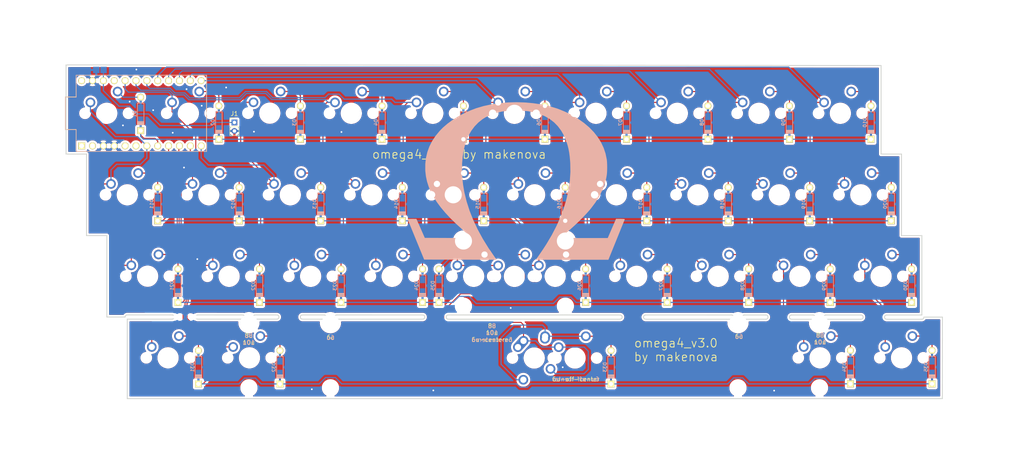
<source format=kicad_pcb>
(kicad_pcb (version 20211014) (generator pcbnew)
  (layers (0 "F.Cu" signal) (31 "B.Cu" signal) (34 "B.Paste" user) (35 "F.Paste" user) (36 "B.SilkS" user "B.Silkscreen") (37 "F.SilkS" user "F.Silkscreen") (38 "B.Mask" user) (39 "F.Mask" user) (44 "Edge.Cuts" user))
  (net 0 "")
  (net 1 "ROW0")
  (net 2 "Net-(D1-Pad2)")
  (net 3 "Net-(D2-Pad2)")
  (net 4 "Net-(D3-Pad2)")
  (net 5 "Net-(D4-Pad2)")
  (net 6 "Net-(D5-Pad2)")
  (net 7 "Net-(D6-Pad2)")
  (net 8 "Net-(D7-Pad2)")
  (net 9 "Net-(D8-Pad2)")
  (net 10 "Net-(D9-Pad2)")
  (net 11 "Net-(D10-Pad2)")
  (net 12 "ROW1")
  (net 13 "Net-(D11-Pad2)")
  (net 14 "Net-(D12-Pad2)")
  (net 15 "Net-(D13-Pad2)")
  (net 16 "Net-(D14-Pad2)")
  (net 17 "Net-(D15-Pad2)")
  (net 18 "Net-(D16-Pad2)")
  (net 19 "Net-(D17-Pad2)")
  (net 20 "Net-(D18-Pad2)")
  (net 21 "Net-(D19-Pad2)")
  (net 22 "Net-(D20-Pad2)")
  (net 23 "ROW2")
  (net 24 "Net-(D21-Pad2)")
  (net 25 "Net-(D22-Pad2)")
  (net 26 "Net-(D23-Pad2)")
  (net 27 "Net-(D24-Pad2)")
  (net 28 "Net-(D25-Pad2)")
  (net 29 "Net-(D26-Pad2)")
  (net 30 "Net-(D27-Pad2)")
  (net 31 "Net-(D28-Pad2)")
  (net 32 "Net-(D29-Pad2)")
  (net 33 "Net-(D30-Pad2)")
  (net 34 "ROW3")
  (net 35 "Net-(D31-Pad2)")
  (net 36 "Net-(D32-Pad2)")
  (net 37 "Net-(D33-Pad2)")
  (net 38 "Net-(D34-Pad2)")
  (net 39 "Net-(D35-Pad2)")
  (net 40 "COL0")
  (net 41 "COL1")
  (net 42 "COL2")
  (net 43 "COL3")
  (net 44 "COL4")
  (net 45 "COL5")
  (net 46 "COL6")
  (net 47 "COL7")
  (net 48 "COL8")
  (net 49 "COL9")
  (net 50 "+5V")
  (net 51 "GND")
  (net 57 "RST")
  (footprint "Keebio-Parts:Diode-Hybrid-Back" (layer "F.Cu") (at 66.2 65.7 -90)
    (fp_text reference "D1")
    (fp_text value "D_Small" hide)
  )
  (footprint "Keebio-Parts:Diode-Hybrid-Back" (layer "F.Cu") (at 84.475 67.725 -90)
    (fp_text reference "D2")
    (fp_text value "D_Small" hide)
  )
  (footprint "Keebio-Parts:Diode-Hybrid-Back" (layer "F.Cu") (at 103.525 67.725 -90)
    (fp_text reference "D3")
    (fp_text value "D_Small" hide)
  )
  (footprint "Keebio-Parts:Diode-Hybrid-Back" (layer "F.Cu") (at 122.6 67.725 -90)
    (fp_text reference "D4")
    (fp_text value "D_Small" hide)
  )
  (footprint "Keebio-Parts:Diode-Hybrid-Back" (layer "F.Cu") (at 141.625 67.725 -90)
    (fp_text reference "D5")
    (fp_text value "D_Small" hide)
  )
  (footprint "Keebio-Parts:Diode-Hybrid-Back" (layer "F.Cu") (at 179.75 67.725 -90)
    (fp_text reference "D7")
    (fp_text value "D_Small" hide)
  )
  (footprint "Keebio-Parts:Diode-Hybrid-Back" (layer "F.Cu") (at 198.775 67.725 -90)
    (fp_text reference "D8")
    (fp_text value "D_Small" hide)
  )
  (footprint "Keebio-Parts:Diode-Hybrid-Back" (layer "F.Cu") (at 217.825 67.725 -90)
    (fp_text reference "D9")
    (fp_text value "D_Small" hide)
  )
  (footprint "Keebio-Parts:Diode-Hybrid-Back" (layer "F.Cu") (at 236.875 67.725 -90)
    (fp_text reference "D10")
    (fp_text value "D_Small" hide)
  )
  (footprint "Keebio-Parts:Diode-Hybrid-Back" (layer "F.Cu") (at 70.175 86.775 -90)
    (fp_text reference "D11")
    (fp_text value "D_Small" hide)
  )
  (footprint "Keebio-Parts:Diode-Hybrid-Back" (layer "F.Cu") (at 89.225 86.775 -90)
    (fp_text reference "D12")
    (fp_text value "D_Small" hide)
  )
  (footprint "Keebio-Parts:Diode-Hybrid-Back" (layer "F.Cu") (at 108.275 86.775 -90)
    (fp_text reference "D13")
    (fp_text value "D_Small" hide)
  )
  (footprint "Keebio-Parts:Diode-Hybrid-Back" (layer "F.Cu") (at 127.35 86.775 -90)
    (fp_text reference "D14")
    (fp_text value "D_Small" hide)
  )
  (footprint "Keebio-Parts:Diode-Hybrid-Back" (layer "F.Cu") (at 146.375 86.775 -90)
    (fp_text reference "D15")
    (fp_text value "D_Small" hide)
  )
  (footprint "Keebio-Parts:Diode-Hybrid-Back" (layer "F.Cu") (at 165.425 86.775 -90)
    (fp_text reference "D16")
    (fp_text value "D_Small" hide)
  )
  (footprint "Keebio-Parts:Diode-Hybrid-Back" (layer "F.Cu") (at 184.475 86.775 -90)
    (fp_text reference "D17")
    (fp_text value "D_Small" hide)
  )
  (footprint "Keebio-Parts:Diode-Hybrid-Back" (layer "F.Cu") (at 203.525 86.775 -90)
    (fp_text reference "D18")
    (fp_text value "D_Small" hide)
  )
  (footprint "Keebio-Parts:Diode-Hybrid-Back" (layer "F.Cu") (at 222.575 86.775 -90)
    (fp_text reference "D19")
    (fp_text value "D_Small" hide)
  )
  (footprint "Keebio-Parts:Diode-Hybrid-Back" (layer "F.Cu") (at 241.625 86.775 -90)
    (fp_text reference "D20")
    (fp_text value "D_Small" hide)
  )
  (footprint "Keebio-Parts:Diode-Hybrid-Back" (layer "F.Cu") (at 74.925 105.85 -90)
    (fp_text reference "D21")
    (fp_text value "D_Small" hide)
  )
  (footprint "Keebio-Parts:Diode-Hybrid-Back" (layer "F.Cu") (at 93.975 105.85 -90)
    (fp_text reference "D22")
    (fp_text value "D_Small" hide)
  )
  (footprint "Keebio-Parts:Diode-Hybrid-Back" (layer "F.Cu") (at 113.025 105.85 -90)
    (fp_text reference "D23")
    (fp_text value "D_Small" hide)
  )
  (footprint "Keebio-Parts:Diode-Hybrid-Back" (layer "F.Cu") (at 132.075 105.85 -90)
    (fp_text reference "D24")
    (fp_text value "D_Small" hide)
  )
  (footprint "Keebio-Parts:Diode-Hybrid-Back" (layer "F.Cu") (at 135.908799 105.85 -90)
    (fp_text reference "D25")
    (fp_text value "D_Small" hide)
  )
  (footprint "Keebio-Parts:Diode-Hybrid-Back" (layer "F.Cu") (at 170.2 105.85 -90)
    (fp_text reference "D26")
    (fp_text value "D_Small" hide)
  )
  (footprint "Keebio-Parts:Diode-Hybrid-Back" (layer "F.Cu") (at 189.25 105.85 -90)
    (fp_text reference "D27")
    (fp_text value "D_Small" hide)
  )
  (footprint "Keebio-Parts:Diode-Hybrid-Back" (layer "F.Cu") (at 208.3 105.85 -90)
    (fp_text reference "D28")
    (fp_text value "D_Small" hide)
  )
  (footprint "Keebio-Parts:Diode-Hybrid-Back" (layer "F.Cu") (at 227.35 105.85 -90)
    (fp_text reference "D29")
    (fp_text value "D_Small" hide)
  )
  (footprint "Keebio-Parts:Diode-Hybrid-Back" (layer "F.Cu") (at 246.375 105.85 -90)
    (fp_text reference "D30")
    (fp_text value "D_Small" hide)
  )
  (footprint "Keebio-Parts:Diode-Hybrid-Back" (layer "F.Cu") (at 79.7 124.9 -90)
    (fp_text reference "D31")
    (fp_text value "D_Small" hide)
  )
  (footprint "Keebio-Parts:Diode-Hybrid-Back" (layer "F.Cu") (at 98.75 124.9 -90)
    (fp_text reference "D32")
    (fp_text value "D_Small" hide)
  )
  (footprint "Keebio-Parts:Diode-Hybrid-Back" (layer "F.Cu") (at 176.125 124.9 -90)
    (fp_text reference "D33")
    (fp_text value "D_Small" hide)
  )
  (footprint "Keebio-Parts:Diode-Hybrid-Back" (layer "F.Cu") (at 232.075 124.875 -90)
    (fp_text reference "D34")
    (fp_text value "D_Small" hide)
  )
  (footprint "MX_Only:MXOnly-1U-NoLED" (layer "F.Cu") (at 96.375 65.525)
    (fp_text reference "MX3")
    (fp_text value "MX-NoLED")
  )
  (footprint "MX_Only:MXOnly-1U-NoLED" (layer "F.Cu") (at 115.425 65.55)
    (fp_text reference "MX4")
    (fp_text value "MX-NoLED")
  )
  (footprint "MX_Only:MXOnly-1U-NoLED" (layer "F.Cu") (at 134.475 65.55)
    (fp_text reference "MX5")
    (fp_text value "MX-NoLED")
  )
  (footprint "MX_Only:MXOnly-1U-NoLED" (layer "F.Cu") (at 153.55 65.55)
    (fp_text reference "MX6")
    (fp_text value "MX-NoLED")
  )
  (footprint "MX_Only:MXOnly-1U-NoLED" (layer "F.Cu") (at 172.6 65.55)
    (fp_text reference "MX7")
    (fp_text value "MX-NoLED")
  )
  (footprint "MX_Only:MXOnly-1U-NoLED" (layer "F.Cu") (at 191.625 65.55)
    (fp_text reference "MX8")
    (fp_text value "MX-NoLED")
  )
  (footprint "MX_Only:MXOnly-1U-NoLED" (layer "F.Cu") (at 210.7 65.55)
    (fp_text reference "MX9")
    (fp_text value "MX-NoLED")
  )
  (footprint "MX_Only:MXOnly-1U-NoLED" (layer "F.Cu") (at 229.725 65.55)
    (fp_text reference "MX10")
    (fp_text value "MX-NoLED")
  )
  (footprint "MX_Only:MXOnly-1U-NoLED" (layer "F.Cu") (at 63.075 84.6)
    (fp_text reference "MX11")
    (fp_text value "MX-NoLED")
  )
  (footprint "MX_Only:MXOnly-1U-NoLED" (layer "F.Cu") (at 82.125 84.6)
    (fp_text reference "MX12")
    (fp_text value "MX-NoLED")
  )
  (footprint "MX_Only:MXOnly-1U-NoLED" (layer "F.Cu") (at 101.175 84.6)
    (fp_text reference "MX13")
    (fp_text value "MX-NoLED")
  )
  (footprint "MX_Only:MXOnly-1U-NoLED" (layer "F.Cu") (at 120.2 84.6)
    (fp_text reference "MX14")
    (fp_text value "MX-NoLED")
  )
  (footprint "MX_Only:MXOnly-1U-NoLED" (layer "F.Cu") (at 139.25 84.6)
    (fp_text reference "MX15")
    (fp_text value "MX-NoLED")
  )
  (footprint "MX_Only:MXOnly-1U-NoLED" (layer "F.Cu") (at 158.275 84.6)
    (fp_text reference "MX16")
    (fp_text value "MX-NoLED")
  )
  (footprint "MX_Only:MXOnly-1U-NoLED" (layer "F.Cu") (at 177.375 84.6)
    (fp_text reference "MX17")
    (fp_text value "MX-NoLED")
  )
  (footprint "MX_Only:MXOnly-1U-NoLED" (layer "F.Cu") (at 196.425 84.6)
    (fp_text reference "MX18")
    (fp_text value "MX-NoLED")
  )
  (footprint "MX_Only:MXOnly-1U-NoLED" (layer "F.Cu") (at 215.45 84.6)
    (fp_text reference "MX19")
    (fp_text value "MX-NoLED")
  )
  (footprint "MX_Only:MXOnly-1U-NoLED" (layer "F.Cu") (at 234.5 84.6)
    (fp_text reference "MX20")
    (fp_text value "MX-NoLED")
  )
  (footprint "MX_Only:MXOnly-1U-NoLED" (layer "F.Cu") (at 67.825 103.625)
    (fp_text reference "MX21")
    (fp_text value "MX-NoLED")
  )
  (footprint "MX_Only:MXOnly-1U-NoLED" (layer "F.Cu") (at 86.875 103.65)
    (fp_text reference "MX22")
    (fp_text value "MX-NoLED")
  )
  (footprint "MX_Only:MXOnly-1U-NoLED" (layer "F.Cu") (at 105.925 103.65)
    (fp_text reference "MX23")
    (fp_text value "MX-NoLED")
  )
  (footprint "MX_Only:MXOnly-1U-NoLED" (layer "F.Cu") (at 124.975 103.65)
    (fp_text reference "MX24")
    (fp_text value "MX-NoLED")
  )
  (footprint "MX_Only:MXOnly-1U-NoLED" (layer "F.Cu") (at 144.025 103.65)
    (fp_text reference "MX25")
    (fp_text value "MX-NoLED")
  )
  (footprint "MX_Only:MXOnly-1U-NoLED" (layer "F.Cu") (at 163.075 103.65)
    (fp_text reference "MX26")
    (fp_text value "MX-NoLED")
  )
  (footprint "MX_Only:MXOnly-1U-NoLED" (layer "F.Cu") (at 182.125 103.65)
    (fp_text reference "MX27")
    (fp_text value "MX-NoLED")
  )
  (footprint "MX_Only:MXOnly-1U-NoLED" (layer "F.Cu") (at 201.175 103.65)
    (fp_text reference "MX28")
    (fp_text value "MX-NoLED")
  )
  (footprint "MX_Only:MXOnly-1U-NoLED" (layer "F.Cu") (at 220.25 103.65)
    (fp_text reference "MX29")
    (fp_text value "MX-NoLED")
  )
  (footprint "MX_Only:MXOnly-1U-NoLED" (layer "F.Cu") (at 239.25 103.65)
    (fp_text reference "MX30")
    (fp_text value "MX-NoLED")
  )
  (footprint "MX_Only:MXOnly-1U-NoLED" (layer "F.Cu") (at 72.6 122.7)
    (fp_text reference "MX31")
    (fp_text value "MX-NoLED")
  )
  (footprint "MX_Only:MXOnly-1U-NoLED" (layer "F.Cu") (at 91.625 122.7)
    (fp_text reference "MX32")
    (fp_text value "MX-NoLED")
  )
  (footprint "MX_Only:MXOnly-1U-NoLED" (layer "F.Cu") (at 224.975 122.7)
    (fp_text reference "MX34")
    (fp_text value "MX-NoLED")
  )
  (footprint "MX_Only:MXOnly-1U-NoLED" (layer "F.Cu") (at 244.025 122.7)
    (fp_text reference "MX35")
    (fp_text value "MX-NoLED")
  )
  (footprint "promicro:ProMicro" (layer "F.Cu") (at 66.375 65.55)
    (fp_text reference "U1" hide)
    (fp_text value "ProMicro")
  )
  (footprint "Keebio-Parts:Diode-Hybrid-Back" (layer "F.Cu") (at 160.675 67.725 -90)
    (fp_text reference "D6")
    (fp_text value "D_Small" hide)
  )
  (footprint "Keebio-Parts:Diode-Hybrid-Back" (layer "F.Cu") (at 251.15 124.875 -90)
    (fp_text reference "D35")
    (fp_text value "D_Small" hide)
  )
  (footprint "MX_Only:MXOnly-1U-NoLED" (layer "F.Cu") (at 77.35 65.55)
    (fp_text reference "MX2")
    (fp_text value "MX-NoLED")
  )
  (footprint "MX_Only:MXOnly-1U-NoLED" (layer "F.Cu") (at 58.275 65.55)
    (fp_text reference "MX1")
    (fp_text value "MX-NoLED")
  )
  (footprint "MX_Only:MXOnly-6U-ReversedStabilizers-NoLED" (layer "F.Cu") (at 158.1785 122.7455)
    (fp_text reference "MX36")
    (fp_text value "MX-NoLED")
  )
  (footprint "MX_Only:MXOnly-6U-Centered-NoLED" (layer "F.Cu") (at 158.1785 122.7455 180)
    (fp_text reference "MX37")
    (fp_text value "MX-NoLED")
  )
  (footprint "MX_Alps_Hybrid:MX-10U-ReversedStabilizers-NoLED" (layer "F.Cu") (at 158.1785 122.7455)
    (fp_text reference "MX33")
    (fp_text value "MX-NoLED")
  )
  (footprint "Keebio-Parts:breakaway-mousebites" (layer "F.Cu") (at 76.63 113.41)
    (fp_text reference "REF**" hide)
    (fp_text value "breakaway-mousebites" hide)
  )
  (footprint "MX_Only:MXOnly-2U-ReversedStabilizers-NoLED" (layer "F.Cu") (at 153.55 103.66)
    (fp_text reference "MX38")
    (fp_text value "MX-NoLED")
  )
  (footprint "Connector_PinHeader_2.00mm:PinHeader_1x02_P2.00mm_Vertical" (layer "F.Cu") (at 88.11 67.69)
    (fp_text reference "J1")
    (fp_text value "Conn_01x02_Female")
  )
  (footprint "random-keyboard-parts:Jumper-UserFriendly-Small" (layer "B.Cu") (at 56.675 55.425 90)
    (fp_text reference "JP1")
    (fp_text value "Jumper_NO_Small")
  )
  (footprint "LOGO" (layer "B.Cu") (at 153.97 81.33 180)
    (fp_text reference "G***" hide)
    (fp_text value "LOGO" hide)
  )
  (gr_line (start 63.07 132.24) (end 253.557501 132.24) (layer "Edge.Cuts") (width 0.2))
  (gr_arc (start 92.97812 113.669026) (mid 92.478188 113.168958) (end 92.978255 112.669026) (layer "Edge.Cuts") (width 0.2))
  (gr_line (start 104.022591 112.670513) (end 109.066926 112.671192) (layer "Edge.Cuts") (width 0.2))
  (gr_arc (start 207.291876 113.684416) (mid 206.791944 113.184348) (end 207.292011 112.684416) (layer "Edge.Cuts") (width 0.2))
  (gr_line (start 212.322478 113.685093) (end 207.291876 113.684416) (layer "Edge.Cuts") (width 0.2))
  (gr_arc (start 184.236617 113.681312) (mid 183.736684 113.181245) (end 184.236751 112.681312) (layer "Edge.Cuts") (width 0.2))
  (gr_arc (start 178.236751 112.680504) (mid 178.736684 113.180571) (end 178.236617 113.680504) (layer "Edge.Cuts") (width 0.2))
  (gr_line (start 239.245 75.09) (end 239.245 54.39) (layer "Edge.Cuts") (width 0.2))
  (gr_line (start 132.099161 113.674293) (end 112.030433 113.671591) (layer "Edge.Cuts") (width 0.2))
  (gr_line (start 240.557172 112.688894) (end 248.770067 112.69) (layer "Edge.Cuts") (width 0.2))
  (gr_line (start 58.295 94.14) (end 58.295 113.165) (layer "Edge.Cuts") (width 0.2))
  (gr_line (start 138.099296 112.675101) (end 178.236751 112.680504) (layer "Edge.Cuts") (width 0.2))
  (gr_arc (start 240.557037 113.688894) (mid 240.057104 113.188827) (end 240.557172 112.688894) (layer "Edge.Cuts") (width 0.2))
  (gr_arc (start 73.544653 112.66641) (mid 74.044586 113.166477) (end 73.544519 113.66641) (layer "Edge.Cuts") (width 0.2))
  (gr_line (start 53.545 94.14) (end 58.295 94.14) (layer "Edge.Cuts") (width 0.2))
  (gr_line (start 248.770067 112.69) (end 248.77 94.14) (layer "Edge.Cuts") (width 0.2))
  (gr_arc (start 234.557172 112.688087) (mid 235.057104 113.188155) (end 234.557037 113.688087) (layer "Edge.Cuts") (width 0.2))
  (gr_line (start 90.019105 113.668628) (end 79.544519 113.667218) (layer "Edge.Cuts") (width 0.2))
  (gr_line (start 98.022456 113.669706) (end 92.97812 113.669026) (layer "Edge.Cuts") (width 0.2))
  (gr_line (start 48.77 54.24) (end 48.77 75.09) (layer "Edge.Cuts") (width 0.2))
  (gr_line (start 204.305345 113.684014) (end 184.236617 113.681312) (layer "Edge.Cuts") (width 0.2))
  (gr_line (start 248.769933 113.69) (end 240.557037 113.688894) (layer "Edge.Cuts") (width 0.2))
  (gr_line (start 253.557501 132.24) (end 253.57 113.19) (layer "Edge.Cuts") (width 0.2))
  (gr_line (start 253.57 113.19) (end 249.27 113.190067) (layer "Edge.Cuts") (width 0.2))
  (gr_line (start 109.066792 113.671192) (end 104.022456 113.670513) (layer "Edge.Cuts") (width 0.2))
  (gr_line (start 63.069933 113.665) (end 63.07 132.24) (layer "Edge.Cuts") (width 0.2))
  (gr_arc (start 212.322612 112.685093) (mid 212.822545 113.18516) (end 212.322478 113.685093) (layer "Edge.Cuts") (width 0.2))
  (gr_line (start 178.236617 113.680504) (end 138.099161 113.675101) (layer "Edge.Cuts") (width 0.2))
  (gr_line (start 244.02 94.14) (end 244.02 75.09) (layer "Edge.Cuts") (width 0.2))
  (gr_arc (start 104.022456 113.670513) (mid 103.522523 113.170446) (end 104.022591 112.670513) (layer "Edge.Cuts") (width 0.2))
  (gr_arc (start 62.57 113.164933) (mid 62.716494 112.811399) (end 63.070067 112.665) (layer "Edge.Cuts") (width 0.2))
  (gr_arc (start 79.544519 113.667218) (mid 79.044586 113.167151) (end 79.544653 112.667218) (layer "Edge.Cuts") (width 0.2))
  (gr_line (start 207.292011 112.684416) (end 212.322612 112.685093) (layer "Edge.Cuts") (width 0.2))
  (gr_line (start 112.030568 112.671591) (end 132.099296 112.674293) (layer "Edge.Cuts") (width 0.2))
  (gr_arc (start 109.066926 112.671192) (mid 109.566859 113.171259) (end 109.066792 113.671192) (layer "Edge.Cuts") (width 0.2))
  (gr_arc (start 226.344141 113.686981) (mid 225.844209 113.186913) (end 226.344276 112.686981) (layer "Edge.Cuts") (width 0.2))
  (gr_arc (start 132.099296 112.674293) (mid 132.599228 113.174361) (end 132.099161 113.674293) (layer "Edge.Cuts") (width 0.2))
  (gr_line (start 234.557037 113.688087) (end 226.344141 113.686981) (layer "Edge.Cuts") (width 0.2))
  (gr_line (start 79.544653 112.667218) (end 90.01924 112.668628) (layer "Edge.Cuts") (width 0.2))
  (gr_arc (start 112.030433 113.671591) (mid 111.5305 113.171524) (end 112.030568 112.671591) (layer "Edge.Cuts") (width 0.2))
  (gr_line (start 248.77 94.14) (end 244.02 94.14) (layer "Edge.Cuts") (width 0.2))
  (gr_arc (start 223.353214 112.686578) (mid 223.853146 113.186646) (end 223.353079 113.686578) (layer "Edge.Cuts") (width 0.2))
  (gr_arc (start 218.322478 113.685901) (mid 217.822545 113.185834) (end 218.322612 112.685901) (layer "Edge.Cuts") (width 0.2))
  (gr_arc (start 204.305479 112.684014) (mid 204.805412 113.184081) (end 204.305345 113.684014) (layer "Edge.Cuts") (width 0.2))
  (gr_line (start 58.295 113.165) (end 62.57 113.164933) (layer "Edge.Cuts") (width 0.2))
  (gr_line (start 48.77 75.09) (end 53.545 75.09) (layer "Edge.Cuts") (width 0.2))
  (gr_line (start 92.978255 112.669026) (end 98.022591 112.669706) (layer "Edge.Cuts") (width 0.2))
  (gr_arc (start 138.099161 113.675101) (mid 137.599228 113.175034) (end 138.099296 112.675101) (layer "Edge.Cuts") (width 0.2))
  (gr_line (start 63.070067 112.665) (end 73.544653 112.66641) (layer "Edge.Cuts") (width 0.2))
  (gr_line (start 239.245 54.39) (end 48.77 54.24) (layer "Edge.Cuts") (width 0.2))
  (gr_line (start 184.236751 112.681312) (end 204.305479 112.684014) (layer "Edge.Cuts") (width 0.2))
  (gr_arc (start 249.27 113.190067) (mid 249.123506 113.543601) (end 248.769933 113.69) (layer "Edge.Cuts") (width 0.2))
  (gr_line (start 53.545 75.09) (end 53.545 94.14) (layer "Edge.Cuts") (width 0.2))
  (gr_arc (start 98.022591 112.669706) (mid 98.522523 113.169774) (end 98.022456 113.669706) (layer "Edge.Cuts") (width 0.2))
  (gr_line (start 73.544519 113.66641) (end 63.069933 113.665) (layer "Edge.Cuts") (width 0.2))
  (gr_line (start 218.322612 112.685901) (end 223.353214 112.686578) (layer "Edge.Cuts") (width 0.2))
  (gr_line (start 244.02 75.09) (end 239.245 75.09) (layer "Edge.Cuts") (width 0.2))
  (gr_arc (start 90.01924 112.668628) (mid 90.519172 113.168696) (end 90.019105 113.668628) (layer "Edge.Cuts") (width 0.2))
  (gr_line (start 226.344276 112.686981) (end 234.557172 112.688087) (layer "Edge.Cuts") (width 0.2))
  (gr_line (start 223.353079 113.686578) (end 218.322478 113.685901) (layer "Edge.Cuts") (width 0.2))
  (gr_text "8u\n10u" (at 224.98 118.25) (layer "B.SilkS") (effects (font (size 1 1)) (justify mirror)))
  (gr_text "6u" (at 110.57 117.98) (layer "B.SilkS") (effects (font (size 1 1)) (justify mirror)))
  (gr_text "8u\n10u\n6u-centered" (at 148.3 116.86) (layer "B.SilkS") (effects (font (size 1 1)) (justify mirror)))
  (gr_text "6u-off-center" (at 167.86 127.7) (layer "B.SilkS") (effects (font (size 1 1)) (justify mirror)))
  (gr_text "8u\n10u" (at 91.44 118.31) (layer "B.SilkS") (effects (font (size 1 1)) (justify mirror)))
  (gr_text "6u" (at 206.04 117.71) (layer "B.SilkS") (effects (font (size 1 1)) (justify mirror)))
  (gr_text "6u-off-center" (at 167.894 127.6985) (layer "F.SilkS") (effects (font (size 1 1))))
  (gr_text "8u\n10u\n6u-centered" (at 148.3 116.85) (layer "F.SilkS") (effects (font (size 1 1))))
  (gr_text "omega4_v3.0\nby makenova" (at 191.3 120.875) (layer "F.SilkS") (effects (font (size 2 2) (thickness 0.2))))
  (gr_text "6u" (at 206.03 117.72) (layer "F.SilkS") (effects (font (size 1 1))))
  (gr_text "omega4_v3.0 by makenova" (at 140.64 75.15) (layer "F.SilkS") (effects (font (size 2 2) (thickness 0.2))))
  (gr_text "6u" (at 110.61 117.92) (layer "F.SilkS") (effects (font (size 1 1))))
  (gr_text "8u\n10u" (at 91.46 118.33) (layer "F.SilkS") (effects (font (size 1 1))))
  (gr_text "8u\n10u" (at 224.98 118.26) (layer "F.SilkS") (effects (font (size 1 1))))
  (segment (start 70.185 73.17) (end 70.185 72.03863) (width 0.25) (layer "F.Cu") (net 1))
  (segment (start 66.2 69.6) (end 66.2 70.65) (width 0.25) (layer "F.Cu") (net 1))
  (segment (start 66.2 70.65) (end 66.95363 71.40363) (width 0.25) (layer "F.Cu") (net 1))
  (segment (start 70.185 72.03863) (end 69.55 71.40363) (width 0.25) (layer "F.Cu") (net 1))
  (segment (start 69.55 71.40363) (end 68.32863 71.40363) (width 0.25) (layer "F.Cu") (net 1))
  (segment (start 66.95363 71.40363) (end 68.32863 71.40363) (width 0.25) (layer "F.Cu") (net 1))
  (segment (start 141.625 71.625) (end 122.6 71.625) (width 0.25) (layer "B.Cu") (net 1))
  (segment (start 217.825 71.625) (end 198.775 71.625) (width 0.25) (layer "B.Cu") (net 1))
  (segment (start 122.6 71.625) (end 103.525 71.625) (width 0.25) (layer "B.Cu") (net 1))
  (segment (start 236.875 71.625) (end 217.825 71.625) (width 0.25) (layer "B.Cu") (net 1))
  (segment (start 66.2 71) (end 66.2 69.6) (width 0.25) (layer "B.Cu") (net 1))
  (segment (start 198.775 71.625) (end 179.75 71.625) (width 0.25) (layer "B.Cu") (net 1))
  (segment (start 66.825 71.625) (end 66.2 71) (width 0.25) (layer "B.Cu") (net 1))
  (segment (start 84.475 71.625) (end 66.825 71.625) (width 0.25) (layer "B.Cu") (net 1))
  (segment (start 160.675 71.625) (end 141.625 71.625) (width 0.25) (layer "B.Cu") (net 1))
  (segment (start 103.525 71.625) (end 84.475 71.625) (width 0.25) (layer "B.Cu") (net 1))
  (segment (start 179.75 71.625) (end 160.675 71.625) (width 0.25) (layer "B.Cu") (net 1))
  (segment (start 66.2 61.8) (end 62.145 61.8) (width 0.25) (layer "B.Cu") (net 2))
  (segment (start 62.145 61.8) (end 60.815 60.47) (width 0.25) (layer "B.Cu") (net 2))
  (segment (start 83.545 60.47) (end 84.475 61.4) (width 0.25) (layer "F.Cu") (net 3))
  (segment (start 84.475 61.4) (end 84.475 63.825) (width 0.25) (layer "F.Cu") (net 3))
  (segment (start 79.89 60.47) (end 83.545 60.47) (width 0.25) (layer "F.Cu") (net 3))
  (segment (start 98.915 60.445) (end 102.56 60.445) (width 0.25) (layer "F.Cu") (net 4))
  (segment (start 103.525 63.825) (end 103.525 61.41) (width 0.25) (layer "F.Cu") (net 4))
  (segment (start 102.56 60.445) (end 103.525 61.41) (width 0.25) (layer "F.Cu") (net 4))
  (segment (start 117.965 60.47) (end 121.595 60.47) (width 0.25) (layer "F.Cu") (net 5))
  (segment (start 122.6 61.475) (end 122.6 63.825) (width 0.25) (layer "F.Cu") (net 5))
  (segment (start 121.595 60.47) (end 122.6 61.475) (width 0.25) (layer "F.Cu") (net 5))
  (segment (start 141.625 61.6) (end 141.625 63.825) (width 0.25) (layer "F.Cu") (net 6))
  (segment (start 137.015 60.47) (end 140.495 60.47) (width 0.25) (layer "F.Cu") (net 6))
  (segment (start 140.495 60.47) (end 141.625 61.6) (width 0.25) (layer "F.Cu") (net 6))
  (segment (start 156.09 60.47) (end 159.37 60.47) (width 0.25) (layer "F.Cu") (net 7))
  (segment (start 160.675 61.775) (end 159.37 60.47) (width 0.25) (layer "F.Cu") (net 7))
  (segment (start 160.675 63.825) (end 160.675 61.775) (width 0.25) (layer "F.Cu") (net 7))
  (segment (start 179.75 63.825) (end 179.75 61.975) (width 0.25) (layer "F.Cu") (net 8))
  (segment (start 178.245 60.47) (end 179.75 61.975) (width 0.25) (layer "F.Cu") (net 8))
  (segment (start 175.14 60.47) (end 178.245 60.47) (width 0.25) (layer "F.Cu") (net 8))
  (segment (start 198.775 63.825) (end 198.775 61.75) (width 0.25) (layer "F.Cu") (net 9))
  (segment (start 194.165 60.47) (end 197.495 60.47) (width 0.25) (layer "F.Cu") (net 9))
  (segment (start 198.775 61.75) (end 197.495 60.47) (width 0.25) (layer "F.Cu") (net 9))
  (segment (start 217.825 63.825) (end 217.825 61.875) (width 0.25) (layer "F.Cu") (net 10))
  (segment (start 213.24 60.47) (end 216.42 60.47) (width 0.25) (layer "F.Cu") (net 10))
  (segment (start 216.42 60.47) (end 217.825 61.875) (width 0.25) (layer "F.Cu") (net 10))
  (segment (start 235.895 60.47) (end 236.875 61.45) (width 0.25) (layer "F.Cu") (net 11))
  (segment (start 236.875 61.45) (end 236.875 63.825) (width 0.25) (layer "F.Cu") (net 11))
  (segment (start 232.265 60.47) (end 235.895 60.47) (width 0.25) (layer "F.Cu") (net 11))
  (segment (start 71.325 90.675) (end 72.125 89.875) (width 0.25) (layer "F.Cu") (net 12))
  (segment (start 72.725 89.275) (end 72.125 89.875) (width 0.25) (layer "F.Cu") (net 12))
  (segment (start 70.175 90.675) (end 71.325 90.675) (width 0.25) (layer "F.Cu") (net 12))
  (segment (start 72.725 73.17) (end 72.725 89.275) (width 0.25) (layer "F.Cu") (net 12))
  (segment (start 203.525 90.675) (end 184.475 90.675) (width 0.25) (layer "B.Cu") (net 12))
  (segment (start 241.625 90.675) (end 222.575 90.675) (width 0.25) (layer "B.Cu") (net 12))
  (segment (start 184.475 90.675) (end 165.425 90.675) (width 0.25) (layer "B.Cu") (net 12))
  (segment (start 165.425 90.675) (end 146.375 90.675) (width 0.25) (layer "B.Cu") (net 12))
  (segment (start 146.375 90.675) (end 127.35 90.675) (width 0.25) (layer "B.Cu") (net 12))
  (segment (start 127.35 90.675) (end 108.275 90.675) (width 0.25) (layer "B.Cu") (net 12))
  (segment (start 89.225 90.675) (end 70.175 90.675) (width 0.25) (layer "B.Cu") (net 12))
  (segment (start 108.275 90.675) (end 89.225 90.675) (width 0.25) (layer "B.Cu") (net 12))
  (segment (start 222.575 90.675) (end 203.525 90.675) (width 0.25) (layer "B.Cu") (net 12))
  (segment (start 68.645 79.52) (end 70.175 81.05) (width 0.25) (layer "F.Cu") (net 13))
  (segment (start 65.615 79.52) (end 68.645 79.52) (width 0.25) (layer "F.Cu") (net 13))
  (segment (start 70.175 81.05) (end 70.175 82.875) (width 0.25) (layer "F.Cu") (net 13))
  (segment (start 84.665 79.52) (end 88.495 79.52) (width 0.25) (layer "F.Cu") (net 14))
  (segment (start 88.495 79.52) (end 89.225 80.25) (width 0.25) (layer "F.Cu") (net 14))
  (segment (start 89.225 80.25) (end 89.225 82.875) (width 0.25) (layer "F.Cu") (net 14))
  (segment (start 103.715 79.52) (end 107.57 79.52) (width 0.25) (layer "F.Cu") (net 15))
  (segment (start 108.275 80.225) (end 108.275 82.875) (width 0.25) (layer "F.Cu") (net 15))
  (segment (start 107.57 79.52) (end 108.275 80.225) (width 0.25) (layer "F.Cu") (net 15))
  (segment (start 122.74 79.52) (end 126.245 79.52) (width 0.25) (layer "F.Cu") (net 16))
  (segment (start 126.245 79.52) (end 127.35 80.625) (width 0.25) (layer "F.Cu") (net 16))
  (segment (start 127.35 80.625) (end 127.35 82.875) (width 0.25) (layer "F.Cu") (net 16))
  (segment (start 145.07 79.52) (end 146.375 80.825) (width 0.25) (layer "F.Cu") (net 17))
  (segment (start 141.79 79.52) (end 145.07 79.52) (width 0.25) (layer "F.Cu") (net 17))
  (segment (start 146.375 80.825) (end 146.375 82.875) (width 0.25) (layer "F.Cu") (net 17))
  (segment (start 160.815 79.52) (end 164.32 79.52) (width 0.25) (layer "F.Cu") (net 18))
  (segment (start 164.32 79.52) (end 165.425 80.625) (width 0.25) (layer "F.Cu") (net 18))
  (segment (start 165.425 80.625) (end 165.425 82.875) (width 0.25) (layer "F.Cu") (net 18))
  (segment (start 184.475 80.675) (end 184.475 82.875) (width 0.25) (layer "F.Cu") (net 19))
  (segment (start 179.915 79.52) (end 183.32 79.52) (width 0.25) (layer "F.Cu") (net 19))
  (segment (start 183.32 79.52) (end 184.475 80.675) (width 0.25) (layer "F.Cu") (net 19))
  (segment (start 198.965 79.52) (end 202.295 79.52) (width 0.25) (layer "F.Cu") (net 20))
  (segment (start 202.295 79.52) (end 203.525 80.75) (width 0.25) (layer "F.Cu") (net 20))
  (segment (start 203.525 80.75) (end 203.525 82.875) (width 0.25) (layer "F.Cu") (net 20))
  (segment (start 217.99 79.52) (end 221.345 79.52) (width 0.25) (layer "F.Cu") (net 21))
  (segment (start 222.575 80.75) (end 222.575 82.875) (width 0.25) (layer "F.Cu") (net 21))
  (segment (start 221.345 79.52) (end 222.575 80.75) (width 0.25) (layer "F.Cu") (net 21))
  (segment (start 237.04 79.52) (end 240.545 79.52) (width 0.25) (layer "F.Cu") (net 22))
  (segment (start 240.545 79.52) (end 241.625 80.6) (width 0.25) (layer "F.Cu") (net 22))
  (segment (start 241.625 80.6) (end 241.625 82.875) (width 0.25) (layer "F.Cu") (net 22))
  (segment (start 74.75073 95.45314) (end 74.75073 82.32645) (width 0.25) (layer "F.Cu") (net 23))
  (segment (start 75.1205 73.3145) (end 75.265 73.17) (width 0.25) (layer "F.Cu") (net 23))
  (segment (start 76.3905 97.09291) (end 74.75073 95.45314) (width 0.25) (layer "F.Cu") (net 23))
  (segment (start 75.1205 81.95668) (end 75.1205 73.3145) (width 0.25) (layer "F.Cu") (net 23))
  (segment (start 76.3905 109.3345) (end 76.3905 97.09291) (width 0.25) (layer "F.Cu") (net 23))
  (segment (start 74.925 109.75) (end 75.975 109.75) (width 0.25) (layer "F.Cu") (net 23))
  (segment (start 75.975 109.75) (end 76.3905 109.3345) (width 0.25) (layer "F.Cu") (net 23))
  (segment (start 74.75073 82.32645) (end 75.1205 81.95668) (width 0.25) (layer "F.Cu") (net 23))
  (segment (start 170.2 109.75) (end 167.96 109.75) (width 0.25) (layer "B.Cu") (net 23))
  (segment (start 140.64 108.33) (end 139.22 109.75) (width 0.25) (layer "B.Cu") (net 23))
  (segment (start 113.025 109.75) (end 132.075 109.75) (width 0.25) (layer "B.Cu") (net 23))
  (segment (start 189.25 109.75) (end 208.3 109.75) (width 0.25) (layer "B.Cu") (net 23))
  (segment (start 144.61 109.98) (end 142.96 108.33) (width 0.25) (layer "B.Cu") (net 23))
  (segment (start 164.13 108.51) (end 162.66 109.98) (width 0.25) (layer "B.Cu") (net 23))
  (segment (start 227.35 109.75) (end 246.375 109.75) (width 0.25) (layer "B.Cu") (net 23))
  (segment (start 170.2 109.75) (end 189.25 109.75) (width 0.25) (layer "B.Cu") (net 23))
  (segment (start 162.66 109.98) (end 144.61 109.98) (width 0.25) (layer "B.Cu") (net 23))
  (segment (start 142.96 108.33) (end 140.64 108.33) (width 0.25) (layer "B.Cu") (net 23))
  (segment (start 93.975 109.75) (end 113.025 109.75) (width 0.25) (layer "B.Cu") (net 23))
  (segment (start 166.72 108.51) (end 164.13 108.51) (width 0.25) (layer "B.Cu") (net 23))
  (segment (start 167.96 109.75) (end 166.72 108.51) (width 0.25) (layer "B.Cu") (net 23))
  (segment (start 139.22 109.75) (end 135.908799 109.75) (width 0.25) (layer "B.Cu") (net 23))
  (segment (start 132.075 109.75) (end 135.908799 109.75) (width 0.25) (layer "B.Cu") (net 23))
  (segment (start 74.925 109.75) (end 93.975 109.75) (width 0.25) (layer "B.Cu") (net 23))
  (segment (start 208.3 109.75) (end 227.35 109.75) (width 0.25) (layer "B.Cu") (net 23))
  (segment (start 74.925 99.8) (end 73.67 98.545) (width 0.25) (layer "F.Cu") (net 24))
  (segment (start 70.365 98.545) (end 73.67 98.545) (width 0.25) (layer "F.Cu") (net 24))
  (segment (start 74.925 101.95) (end 74.925 99.8) (width 0.25) (layer "F.Cu") (net 24))
  (segment (start 92.87 98.57) (end 93.975 99.675) (width 0.25) (layer "F.Cu") (net 25))
  (segment (start 89.415 98.57) (end 92.87 98.57) (width 0.25) (layer "F.Cu") (net 25))
  (segment (start 93.975 99.675) (end 93.975 101.95) (width 0.25) (layer "F.Cu") (net 25))
  (segment (start 108.465 98.57) (end 111.595 98.57) (width 0.25) (layer "F.Cu") (net 26))
  (segment (start 113.025 101.95) (end 113.025 100) (width 0.25) (layer "F.Cu") (net 26))
  (segment (start 113.025 100) (end 111.595 98.57) (width 0.25) (layer "F.Cu") (net 26))
  (segment (start 131.145 98.57) (end 132.075 99.5) (width 0.25) (layer "F.Cu") (net 27))
  (segment (start 132.075 99.5) (end 132.075 101.95) (width 0.25) (layer "F.Cu") (net 27))
  (segment (start 127.515 98.57) (end 131.145 98.57) (width 0.25) (layer "F.Cu") (net 27))
  (segment (start 156.08 98.57) (end 156.09 98.58) (width 0.25) (layer "F.Cu") (net 28))
  (segment (start 146.565 98.57) (end 156.08 98.57) (width 0.25) (layer "F.Cu") (net 28))
  (segment (start 135.908799 101.95) (end 139.288799 98.57) (width 0.25) (layer "B.Cu") (net 28))
  (segment (start 139.288799 98.57) (end 146.565 98.57) (width 0.25) (layer "B.Cu") (net 28))
  (segment (start 165.615 98.57) (end 169.32 98.57) (width 0.25) (layer "F.Cu") (net 29))
  (segment (start 170.2 99.45) (end 170.2 101.95) (width 0.25) (layer "F.Cu") (net 29))
  (segment (start 169.32 98.57) (end 170.2 99.45) (width 0.25) (layer "F.Cu") (net 29))
  (segment (start 188.245 98.57) (end 189.25 99.575) (width 0.25) (layer "F.Cu") (net 30))
  (segment (start 189.25 99.575) (end 189.25 101.95) (width 0.25) (layer "F.Cu") (net 30))
  (segment (start 184.665 98.57) (end 188.245 98.57) (width 0.25) (layer "F.Cu") (net 30))
  (segment (start 208.3 99.7) (end 208.3 101.95) (width 0.25) (layer "F.Cu") (net 31))
  (segment (start 207.17 98.57) (end 208.3 99.7) (width 0.25) (layer "F.Cu") (net 31))
  (segment (start 203.715 98.57) (end 207.17 98.57) (width 0.25) (layer "F.Cu") (net 31))
  (segment (start 222.79 98.57) (end 226.27 98.57) (width 0.25) (layer "F.Cu") (net 32))
  (segment (start 226.27 98.57) (end 227.35 99.65) (width 0.25) (layer "F.Cu") (net 32))
  (segment (start 227.35 99.65) (end 227.35 101.95) (width 0.25) (layer "F.Cu") (net 32))
  (segment (start 246.375 99.65) (end 246.375 101.95) (width 0.25) (layer "F.Cu") (net 33))
  (segment (start 241.79 98.57) (end 245.295 98.57) (width 0.25) (layer "F.Cu") (net 33))
  (segment (start 245.295 98.57) (end 246.375 99.65) (width 0.25) (layer "F.Cu") (net 33))
  (segment (start 76.577741 113.656741) (end 81.4705 118.5495) (width 0.25) (layer "F.Cu") (net 34))
  (segment (start 81.4705 118.5495) (end 81.4705 128.0795) (width 0.25) (layer "F.Cu") (net 34))
  (segment (start 77.805 79.90859) (end 75.20074 82.51285) (width 0.25) (layer "F.Cu") (net 34))
  (segment (start 76.84051 109.53949) (end 76.577741 109.802259) (width 0.25) (layer "F.Cu") (net 34))
  (segment (start 81.4705 128.0795) (end 80.75 128.8) (width 0.25) (layer "F.Cu") (net 34))
  (segment (start 76.84051 96.90651) (end 76.84051 109.53949) (width 0.25) (layer "F.Cu") (net 34))
  (segment (start 77.805 73.17) (end 77.805 79.90859) (width 0.25) (layer "F.Cu") (net 34))
  (segment (start 80.75 128.8) (end 79.7 128.8) (width 0.25) (layer "F.Cu") (net 34))
  (segment (start 75.20074 95.26674) (end 76.84051 96.90651) (width 0.25) (layer "F.Cu") (net 34))
  (segment (start 76.577741 109.802259) (end 76.577741 113.656741) (width 0.25) (layer "F.Cu") (net 34))
  (segment (start 75.20074 82.51285) (end 75.20074 95.26674) (width 0.25) (layer "F.Cu") (net 34))
  (segment (start 111.716 127.3175) (end 113.1985 128.8) (width 0.25) (layer "B.Cu") (net 34))
  (segment (start 93.025 127.45) (end 94.375 128.8) (width 0.25) (layer "B.Cu") (net 34))
  (segment (start 79.7 128.8) (end 89.15 128.8) (width 0.25) (layer "B.Cu") (net 34))
  (segment (start 154.075 128.8) (end 154.85 129.575) (width 0.25) (layer "B.Cu") (net 34))
  (segment (start 157.35 128.8) (end 203.3685 128.8) (width 0.25) (layer "B.Cu") (net 34))
  (segment (start 226.025 127.5) (end 227.3 128.775) (width 0.25) (layer "B.Cu") (net 34))
  (segment (start 204.7875 127.381) (end 206.883 127.381) (width 0.25) (layer "B.Cu") (net 34))
  (segment (start 89.15 128.8) (end 90.5 127.45) (width 0.25) (layer "B.Cu") (net 34))
  (segment (start 227.3 128.775) (end 232.075 128.775) (width 0.25) (layer "B.Cu") (net 34))
  (segment (start 90.5 127.45) (end 93.025 127.45) (width 0.25) (layer "B.Cu") (net 34))
  (segment (start 113.1985 128.8) (end 154.075 128.8) (width 0.25) (layer "B.Cu") (net 34))
  (segment (start 156.575 129.575) (end 157.35 128.8) (width 0.25) (layer "B.Cu") (net 34))
  (segment (start 107.928 128.8) (end 109.4105 127.3175) (width 0.25) (layer "B.Cu") (net 34))
  (segment (start 98.75 128.8) (end 107.928 128.8) (width 0.25) (layer "B.Cu") (net 34))
  (segment (start 206.883 127.381) (end 208.302 128.8) (width 0.25) (layer "B.Cu") (net 34))
  (segment (start 251.15 128.775) (end 232.075 128.775) (width 0.25) (layer "B.Cu") (net 34))
  (segment (start 109.4105 127.3175) (end 111.716 127.3175) (width 0.25) (layer "B.Cu") (net 34))
  (segment (start 222.4185 128.8) (end 223.7185 127.5) (width 0.25) (layer "B.Cu") (net 34))
  (segment (start 94.375 128.8) (end 98.75 128.8) (width 0.25) (layer "B.Cu") (net 34))
  (segment (start 208.302 128.8) (end 222.4185 128.8) (width 0.25) (layer "B.Cu") (net 34))
  (segment (start 154.85 129.575) (end 156.575 129.575) (width 0.25) (layer "B.Cu") (net 34))
  (segment (start 223.7185 127.5) (end 226.025 127.5) (width 0.25) (layer "B.Cu") (net 34))
  (segment (start 203.3685 128.8) (end 204.7875 127.381) (width 0.25) (layer "B.Cu") (net 34))
  (segment (start 75.14 117.62) (end 78.495 117.62) (width 0.25) (layer "F.Cu") (net 35))
  (segment (start 79.7 118.825) (end 78.495 117.62) (width 0.25) (layer "F.Cu") (net 35))
  (segment (start 79.7 121) (end 79.7 118.825) (width 0.25) (layer "F.Cu") (net 35))
  (segment (start 98.75 118.9) (end 97.47 117.62) (width 0.25) (layer "F.Cu") (net 36))
  (segment (start 94.165 117.62) (end 97.47 117.62) (width 0.25) (layer "F.Cu") (net 36))
  (segment (start 98.75 121) (end 98.75 118.9) (width 0.25) (layer "F.Cu") (net 36))
  (segment (start 174.7675 117.6655) (end 176.125 119.023) (width 0.25) (layer "F.Cu") (net 37))
  (segment (start 174.7675 117.6655) (end 170.2435 117.6655) (width 0.25) (layer "F.Cu") (net 37))
  (segment (start 176.125 119.023) (end 176.125 121) (width 0.25) (layer "F.Cu") (net 37))
  (segment (start 160.7185 115.6335) (end 160.7185 117.6655) (width 0.25) (layer "B.Cu") (net 37))
  (segment (start 161.2585 117.6655) (end 170.2435 117.6655) (width 0.25) (layer "B.Cu") (net 37))
  (segment (start 153.3525 115.062) (end 160.147 115.062) (width 0.25) (layer "B.Cu") (net 37))
  (segment (start 160.147 115.062) (end 160.7185 115.6335) (width 0.25) (layer "B.Cu") (net 37))
  (segment (start 150.4315 117.983) (end 153.3525 115.062) (width 0.25) (layer "B.Cu") (net 37))
  (segment (start 155.6385 127.8255) (end 154.04751 127.8255) (width 0.25) (layer "B.Cu") (net 37))
  (segment (start 160.6785 118.2455) (end 161.2585 117.6655) (width 0.25) (layer "B.Cu") (net 37))
  (segment (start 154.04751 127.8255) (end 150.4315 124.20949) (width 0.25) (layer "B.Cu") (net 37))
  (segment (start 150.4315 124.20949) (end 150.4315 117.983) (width 0.25) (layer "B.Cu") (net 37))
  (segment (start 232.075 118.5) (end 232.075 120.975) (width 0.25) (layer "F.Cu") (net 38))
  (segment (start 231.195 117.62) (end 232.075 118.5) (width 0.25) (layer "F.Cu") (net 38))
  (segment (start 227.515 117.62) (end 231.195 117.62) (width 0.25) (layer "F.Cu") (net 38))
  (segment (start 250.22 117.62) (end 251.15 118.55) (width 0.25) (layer "F.Cu") (net 39))
  (segment (start 251.15 118.55) (end 251.15 120.975) (width 0.25) (layer "F.Cu") (net 39))
  (segment (start 246.565 117.62) (end 250.22 117.62) (width 0.25) (layer "F.Cu") (net 39))
  (segment (start 60.7 102.15) (end 60.7 104.58) (width 0.25) (layer "F.Cu") (net 40))
  (segment (start 68.79 115.34) (end 69.37 114.76) (width 0.25) (layer "F.Cu") (net 40))
  (segment (start 69.37 114.76) (end 75.26 114.76) (width 0.25) (layer "F.Cu") (net 40))
  (segment (start 61.765 101.085) (end 60.7 102.15) (width 0.25) (layer "F.Cu") (net 40))
  (segment (start 60.7 104.58) (end 67.56 111.44) (width 0.25) (layer "F.Cu") (net 40))
  (segment (start 75.35 111.44) (end 76.128221 112.218221) (width 0.25) (layer "F.Cu") (net 40))
  (segment (start 64.015 101.085) (end 64.015 94.815) (width 0.25) (layer "F.Cu") (net 40))
  (segment (start 68.79 120.16) (end 68.79 115.34) (width 0.25) (layer "F.Cu") (net 40))
  (segment (start 64.015 101.085) (end 61.765 101.085) (width 0.25) (layer "F.Cu") (net 40))
  (segment (start 67.56 111.44) (end 75.35 111.44) (width 0.25) (layer "F.Cu") (net 40))
  (segment (start 64.015 94.815) (end 56.175 86.975) (width 0.25) (layer "F.Cu") (net 40))
  (segment (start 76.128221 112.218221) (end 76.128221 113.921779) (width 0.25) (layer "F.Cu") (net 40))
  (segment (start 75.26 114.76) (end 75.275 114.775) (width 0.25) (layer "F.Cu") (net 40))
  (segment (start 56.175 86.975) (end 56.175 83.35) (width 0.25) (layer "F.Cu") (net 40))
  (segment (start 57.465 82.06) (end 59.265 82.06) (width 0.25) (layer "F.Cu") (net 40))
  (segment (start 76.128221 113.921779) (end 75.275 114.775) (width 0.25) (layer "F.Cu") (net 40))
  (segment (start 56.175 83.35) (end 57.465 82.06) (width 0.25) (layer "F.Cu") (net 40))
  (segment (start 67.645 75.98) (end 66.15 77.475) (width 0.25) (layer "B.Cu") (net 40))
  (segment (start 67.645 73.17) (end 67.645 75.98) (width 0.25) (layer "B.Cu") (net 40))
  (segment (start 59.25 78.8) (end 59.265 78.815) (width 0.25) (layer "B.Cu") (net 40))
  (segment (start 60.575 77.475) (end 59.25 78.8) (width 0.25) (layer "B.Cu") (net 40))
  (segment (start 65.475 71) (end 67.645 73.17) (width 0.25) (layer "B.Cu") (net 40))
  (segment (start 54.465 65.171974) (end 60.293026 71) (width 0.25) (layer "B.Cu") (net 40))
  (segment (start 60.293026 71) (end 65.475 71) (width 0.25) (layer "B.Cu") (net 40))
  (segment (start 66.15 77.475) (end 60.575 77.475) (width 0.25) (layer "B.Cu") (net 40))
  (segment (start 54.465 63.01) (end 54.465 65.171974) (width 0.25) (layer "B.Cu") (net 40))
  (segment (start 59.265 78.815) (end 59.265 82.06) (width 0.25) (layer "B.Cu") (net 40))
  (segment (start 77.03 113.473282) (end 83.716718 120.16) (width 0.25) (layer "F.Cu") (net 41))
  (segment (start 77.29052 102.41448) (end 77.29052 109.725197) (width 0.25) (layer "F.Cu") (net 41))
  (segment (start 73.54 64.60099) (end 73.54 63.01) (width 0.25) (layer "F.Cu") (net 41))
  (segment (start 75.65075 95.08034) (end 77.290519 96.720109) (width 0.25) (layer "F.Cu") (net 41))
  (segment (start 75.65075 82.69925) (end 75.65075 95.08034) (width 0.25) (layer "F.Cu") (net 41))
  (segment (start 78.595 101.11) (end 77.29052 102.41448) (width 0.25) (layer "F.Cu") (net 41))
  (segment (start 76.29 82.06) (end 75.65075 82.69925) (width 0.25) (layer "F.Cu") (net 41))
  (segment (start 78.315 82.06) (end 78.315 75.485) (width 0.25) (layer "F.Cu") (net 41))
  (segment (start 78.315 75.06) (end 79.075 74.3) (width 0.25) (layer "F.Cu") (net 41))
  (segment (start 78.930001 70.561975) (end 77.809013 69.440987) (width 0.25) (layer "F.Cu") (net 41))
  (segment (start 78.315 82.06) (end 76.29 82.06) (width 0.25) (layer "F.Cu") (net 41))
  (segment (start 79.075 70.706974) (end 77.809013 69.440987) (width 0.25) (layer "F.Cu") (net 41))
  (segment (start 73.54 65.171974) (end 73.54 64.60099) (width 0.25) (layer "F.Cu") (net 41))
  (segment (start 82.3595 98.552) (end 83.065 99.2575) (width 0.25) (layer "F.Cu") (net 41))
  (segment (start 78.315 75.485) (end 78.315 75.06) (width 0.25) (layer "F.Cu") (net 41))
  (segment (start 77.29052 109.725197) (end 77.03 109.985717) (width 0.25) (layer "F.Cu") (net 41))
  (segment (start 77.29052 98.18202) (end 77.6605 98.552) (width 0.25) (layer "F.Cu") (net 41))
  (segment (start 77.290519 96.720109) (end 77.29052 98.18202) (width 0.25) (layer "F.Cu") (net 41))
  (segment (start 77.6605 98.552) (end 82.3595 98.552) (width 0.25) (layer "F.Cu") (net 41))
  (segment (start 83.716718 120.16) (end 87.815 120.16) (width 0.25) (layer "F.Cu") (net 41))
  (segment (start 83.065 101.11) (end 78.595 101.11) (width 0.25) (layer "F.Cu") (net 41))
  (segment (start 79.075 74.3) (end 79.075 70.706974) (width 0.25) (layer "F.Cu") (net 41))
  (segment (start 77.809013 69.440987) (end 73.54 65.171974) (width 0.25) (layer "F.Cu") (net 41))
  (segment (start 77.03 109.985717) (end 77.03 113.473282) (width 0.25) (layer "F.Cu") (net 41))
  (segment (start 83.065 99.2575) (end 83.065 101.11) (width 0.25) (layer "F.Cu") (net 41))
  (segment (start 62.565 57.93) (end 62.565 59.865) (width 0.25) (layer "B.Cu") (net 41))
  (segment (start 72.74599 60.625) (end 73.54 61.41901) (width 0.25) (layer "B.Cu") (net 41))
  (segment (start 73.54 61.41901) (end 73.54 63.01) (width 0.25) (layer "B.Cu") (net 41))
  (segment (start 63.325 60.625) (end 72.74599 60.625) (width 0.25) (layer "B.Cu") (net 41))
  (segment (start 62.565 59.865) (end 63.325 60.625) (width 0.25) (layer "B.Cu") (net 41))
  (segment (start 102.115 99.51901) (end 102.115 101.11) (width 0.25) (layer "F.Cu") (net 42))
  (segment (start 90.365 62.985) (end 92.565 62.985) (width 0.25) (layer "F.Cu") (net 42))
  (segment (start 97.365 82.06) (end 89.575 74.27) (width 0.25) (layer "F.Cu") (net 42))
  (segment (start 94.25 91.65401) (end 102.115 99.51901) (width 0.25) (layer "F.Cu") (net 42))
  (segment (start 97.365 82.06) (end 95.77401 82.06) (width 0.25) (layer "F.Cu") (net 42))
  (segment (start 89.575 63.775) (end 90.365 62.985) (width 0.25) (layer "F.Cu") (net 42))
  (segment (start 94.25 83.58401) (end 94.25 91.65401) (width 0.25) (layer "F.Cu") (net 42))
  (segment (start 95.77401 82.06) (end 94.25 83.58401) (width 0.25) (layer "F.Cu") (net 42))
  (segment (start 89.575 74.27) (end 89.575 63.775) (width 0.25) (layer "F.Cu") (net 42))
  (segment (start 80.345 73.17) (end 80.345 75.97) (width 0.25) (layer "B.Cu") (net 42))
  (segment (start 82.025 77.65) (end 94.95 77.65) (width 0.25) (layer "B.Cu") (net 42))
  (segment (start 97.365 82.06) (end 97.365 80.065) (width 0.25) (layer "B.Cu") (net 42))
  (segment (start 80.345 75.97) (end 82.025 77.65) (width 0.25) (layer "B.Cu") (net 42))
  (segment (start 97.365 80.065) (end 94.95 77.65) (width 0.25) (layer "B.Cu") (net 42))
  (segment (start 108.8 63.95) (end 109.74 63.01) (width 0.25) (layer "F.Cu") (net 43))
  (segment (start 113.575 91.92901) (end 113.575 83) (width 0.25) (layer "F.Cu") (net 43))
  (segment (start 113.575 83) (end 114.515 82.06) (width 0.25) (layer "F.Cu") (net 43))
  (segment (start 121.165 99.51901) (end 113.575 91.92901) (width 0.25) (layer "F.Cu") (net 43))
  (segment (start 108.8 74.47) (end 108.8 63.95) (width 0.25) (layer "F.Cu") (net 43))
  (segment (start 109.74 63.01) (end 111.615 63.01) (width 0.25) (layer "F.Cu") (net 43))
  (segment (start 116.39 82.06) (end 108.8 74.47) (width 0.25) (layer "F.Cu") (net 43))
  (segment (start 121.165 101.11) (end 121.165 99.51901) (width 0.25) (layer "F.Cu") (net 43))
  (segment (start 114.515 82.06) (end 116.39 82.06) (width 0.25) (layer "F.Cu") (net 43))
  (segment (start 66.21862 60.17499) (end 72.932391 60.174991) (width 0.25) (layer "B.Cu") (net 43))
  (segment (start 65.105 59.06137) (end 66.21862 60.17499) (width 0.25) (layer "B.Cu") (net 43))
  (segment (start 96.858601 62.345011) (end 109.359021 62.345011) (width 0.25) (layer "B.Cu") (net 43))
  (segment (start 65.105 57.93) (end 65.105 59.06137) (width 0.25) (layer "B.Cu") (net 43))
  (segment (start 77.479008 62.37501) (end 89.436401 62.375009) (width 0.25) (layer "B.Cu") (net 43))
  (segment (start 109.359021 62.345011) (end 110.02401 63.01) (width 0.25) (layer "B.Cu") (net 43))
  (segment (start 76.346598 61.2426) (end 77.479008 62.37501) (width 0.25) (layer "B.Cu") (net 43))
  (segment (start 72.932391 60.174991) (end 74 61.2426) (width 0.25) (layer "B.Cu") (net 43))
  (segment (start 74 61.2426) (end 76.346598 61.2426) (width 0.25) (layer "B.Cu") (net 43))
  (segment (start 95.4386 60.92501) (end 96.858601 62.345011) (width 0.25) (layer "B.Cu") (net 43))
  (segment (start 89.436401 62.375009) (end 90.8864 60.92501) (width 0.25) (layer "B.Cu") (net 43))
  (segment (start 110.02401 63.01) (end 111.615 63.01) (width 0.25) (layer "B.Cu") (net 43))
  (segment (start 90.8864 60.92501) (end 95.4386 60.92501) (width 0.25) (layer "B.Cu") (net 43))
  (segment (start 132.6 91.90401) (end 132.6 83.1) (width 0.25) (layer "F.Cu") (net 44))
  (segment (start 128.64 63.01) (end 130.665 63.01) (width 0.25) (layer "F.Cu") (net 44))
  (segment (start 132.6 83.1) (end 133.64 82.06) (width 0.25) (layer "F.Cu") (net 44))
  (segment (start 146.44 101.12) (end 149.74 101.12) (width 0.25) (layer "F.Cu") (net 44))
  (segment (start 127.55 64.1) (end 128.64 63.01) (width 0.25) (layer "F.Cu") (net 44))
  (segment (start 142.49 100.77) (end 146.07 100.77) (width 0.25) (layer "F.Cu") (net 44))
  (segment (start 146.43 101.13) (end 146.44 101.12) (width 0.25) (layer "F.Cu") (net 44))
  (segment (start 127.55 74.17) (end 127.55 64.1) (width 0.25) (layer "F.Cu") (net 44))
  (segment (start 133.64 82.06) (end 135.44 82.06) (width 0.25) (layer "F.Cu") (net 44))
  (segment (start 146.07 100.77) (end 146.43 101.13) (width 0.25) (layer "F.Cu") (net 44))
  (segment (start 135.44 82.06) (end 127.55 74.17) (width 0.25) (layer "F.Cu") (net 44))
  (segment (start 140.215 101.11) (end 142.15 101.11) (width 0.25) (layer "F.Cu") (net 44))
  (segment (start 142.15 101.11) (end 142.49 100.77) (width 0.25) (layer "F.Cu") (net 44))
  (segment (start 140.215 99.51901) (end 132.6 91.90401) (width 0.25) (layer "F.Cu") (net 44))
  (segment (start 140.215 101.11) (end 140.215 99.51901) (width 0.25) (layer "F.Cu") (net 44))
  (segment (start 125.635 63.01) (end 130.665 63.01) (width 0.25) (layer "B.Cu") (net 44))
  (segment (start 73.118792 59.724982) (end 74.1864 60.79259) (width 0.25) (layer "B.Cu") (net 44))
  (segment (start 89.25 61.925) (end 90.7 60.475) (width 0.25) (layer "B.Cu") (net 44))
  (segment (start 124.875 62.25) (end 125.635 63.01) (width 0.25) (layer "B.Cu") (net 44))
  (segment (start 112.575 61.075) (end 113.75 62.25) (width 0.25) (layer "B.Cu") (net 44))
  (segment (start 110.1 61.075) (end 112.575 61.075) (width 0.25) (layer "B.Cu") (net 44))
  (segment (start 90.7 60.475) (end 95.625 60.475) (width 0.25) (layer "B.Cu") (net 44))
  (segment (start 74.1864 60.79259) (end 76.532999 60.792591) (width 0.25) (layer "B.Cu") (net 44))
  (segment (start 109.279999 61.895001) (end 110.1 61.075) (width 0.25) (layer "B.Cu") (net 44))
  (segment (start 68.308611 59.724981) (end 73.118792 59.724982) (width 0.25) (layer "B.Cu") (net 44))
  (segment (start 67.645 57.93) (end 67.645 59.06137) (width 0.25) (layer "B.Cu") (net 44))
  (segment (start 113.75 62.25) (end 124.875 62.25) (width 0.25) (layer "B.Cu") (net 44))
  (segment (start 77.665408 61.925) (end 89.25 61.925) (width 0.25) (layer "B.Cu") (net 44))
  (segment (start 76.532999 60.792591) (end 77.665408 61.925) (width 0.25) (layer "B.Cu") (net 44))
  (segment (start 97.045001 61.895001) (end 109.279999 61.895001) (width 0.25) (layer "B.Cu") (net 44))
  (segment (start 95.625 60.475) (end 97.045001 61.895001) (width 0.25) (layer "B.Cu") (net 44))
  (segment (start 67.645 59.06137) (end 68.308611 59.724981) (width 0.25) (layer "B.Cu") (net 44))
  (segment (start 137.02 113.89) (end 137.02 111.69) (width 0.25) (layer "F.Cu") (net 45))
  (segment (start 154.465 80.46901) (end 146.875 72.87901) (width 0.25) (layer "F.Cu") (net 45))
  (segment (start 156.1 102.68401) (end 157.67401 101.11) (width 0.25) (layer "F.Cu") (net 45))
  (segment (start 155.6785 118.7455) (end 155.6785 115.0085) (width 0.25) (layer "F.Cu") (net 45))
  (segment (start 147.715 63.01) (end 149.74 63.01) (width 0.25) (layer "F.Cu") (net 45))
  (segment (start 137.55 114.42) (end 137.02 113.89) (width 0.25) (layer "F.Cu") (net 45))
  (segment (start 159.265 95.695) (end 151.55 87.98) (width 0.25) (layer "F.Cu") (net 45))
  (segment (start 155.6785 115.0085) (end 155.09 114.42) (width 0.25) (layer "F.Cu") (net 45))
  (segment (start 155.09 114.42) (end 137.55 114.42) (width 0.25) (layer "F.Cu") (net 45))
  (segment (start 146.875 72.87901) (end 146.875 63.85) (width 0.25) (layer "F.Cu") (net 45))
  (segment (start 154.465 82.06) (end 154.465 80.46901) (width 0.25) (layer "F.Cu") (net 45))
  (segment (start 151.55 87.98) (end 151.55 82.975) (width 0.25) (layer "F.Cu") (net 45))
  (segment (start 146.875 63.85) (end 147.715 63.01) (width 0.25) (layer "F.Cu") (net 45))
  (segment (start 154.57 107.73) (end 156.1 106.2) (width 0.25) (layer "F.Cu") (net 45))
  (segment (start 152.465 82.06) (end 154.465 82.06) (width 0.25) (layer "F.Cu") (net 45))
  (segment (start 151.55 82.975) (end 152.465 82.06) (width 0.25) (layer "F.Cu") (net 45))
  (segment (start 156.1 106.2) (end 156.1 102.68401) (width 0.25) (layer "F.Cu") (net 45))
  (segment (start 140.98 107.73) (end 154.57 107.73) (width 0.25) (layer "F.Cu") (net 45))
  (segment (start 157.67401 101.11) (end 159.265 101.11) (width 0.25) (layer "F.Cu") (net 45))
  (segment (start 137.02 111.69) (end 140.98 107.73) (width 0.25) (layer "F.Cu") (net 45))
  (segment (start 159.265 101.11) (end 159.265 95.695) (width 0.25) (layer "F.Cu") (net 45))
  (segment (start 159.9565 120.2055) (end 163.8935 120.2055) (width 0.25) (layer "B.Cu") (net 45))
  (segment (start 169.8625 120.2055) (end 170.815 121.158) (width 0.25) (layer "B.Cu") (net 45))
  (segment (start 144.66 57.93) (end 146.5525 59.8225) (width 0.25) (layer "B.Cu") (net 45))
  (segment (start 155.6785 118.7455) (end 158.4965 118.7455) (width 0.25) (layer "B.Cu") (net 45))
  (segment (start 161.9885 125.2855) (end 163.113499 126.410499) (width 0.25) (layer "B.Cu") (net 45))
  (segment (start 158.4965 118.7455) (end 159.9565 120.2055) (width 0.25) (layer "B.Cu") (net 45))
  (segment (start 163.8935 120.2055) (end 169.8625 120.2055) (width 0.25) (layer "B.Cu") (net 45))
  (segment (start 163.113499 126.410499) (end 169.817001 126.410499) (width 0.25) (layer "B.Cu") (net 45))
  (segment (start 80.345 57.93) (end 144.66 57.93) (width 0.25) (layer "B.Cu") (net 45))
  (segment (start 169.817001 126.410499) (end 170.815 125.4125) (width 0.25) (layer "B.Cu") (net 45))
  (segment (start 170.815 125.4125) (end 170.815 121.158) (width 0.25) (layer "B.Cu") (net 45))
  (segment (start 146.5525 59.8225) (end 149.74 63.01) (width 0.25) (layer "B.Cu") (net 45))
  (segment (start 166.515 63.01) (end 168.79 63.01) (width 0.25) (layer "F.Cu") (net 46))
  (segment (start 171.465 82.06) (end 173.565 82.06) (width 0.25) (layer "F.Cu") (net 46))
  (segment (start 170.575 82.95) (end 171.465 82.06) (width 0.25) (layer "F.Cu") (net 46))
  (segment (start 165.525 64) (end 166.515 63.01) (width 0.25) (layer "F.Cu") (net 46))
  (segment (start 170.575 91.77901) (end 170.575 82.95) (width 0.25) (layer "F.Cu") (net 46))
  (segment (start 178.315 99.51901) (end 170.575 91.77901) (width 0.25) (layer "F.Cu") (net 46))
  (segment (start 165.525 74.02) (end 165.525 64) (width 0.25) (layer "F.Cu") (net 46))
  (segment (start 173.565 82.06) (end 165.525 74.02) (width 0.25) (layer "F.Cu") (net 46))
  (segment (start 178.315 101.11) (end 178.315 99.51901) (width 0.25) (layer "F.Cu") (net 46))
  (segment (start 78.22863 56.375) (end 77.805 56.79863) (width 0.25) (layer "B.Cu") (net 46))
  (segment (start 168.79 61.41901) (end 163.74599 56.375) (width 0.25) (layer "B.Cu") (net 46))
  (segment (start 163.74599 56.375) (end 78.22863 56.375) (width 0.25) (layer "B.Cu") (net 46))
  (segment (start 77.805 56.79863) (end 77.805 57.93) (width 0.25) (layer "B.Cu") (net 46))
  (segment (start 168.79 63.01) (end 168.79 61.41901) (width 0.25) (layer "B.Cu") (net 46))
  (segment (start 197.365 101.11) (end 189.375 93.12) (width 0.25) (layer "F.Cu") (net 47))
  (segment (start 185 74.445) (end 185 63.925) (width 0.25) (layer "F.Cu") (net 47))
  (segment (start 192.615 82.06) (end 185 74.445) (width 0.25) (layer "F.Cu") (net 47))
  (segment (start 185.915 63.01) (end 187.815 63.01) (width 0.25) (layer "F.Cu") (net 47))
  (segment (start 185 63.925) (end 185.915 63.01) (width 0.25) (layer "F.Cu") (net 47))
  (segment (start 189.375 93.12) (end 189.375 83.225) (width 0.25) (layer "F.Cu") (net 47))
  (segment (start 190.56 82.06) (end 192.615 82.06) (width 0.25) (layer "F.Cu") (net 47))
  (segment (start 189.375 83.225) (end 190.55 82.05) (width 0.25) (layer "F.Cu") (net 47))
  (segment (start 190.55 82.05) (end 190.56 82.06) (width 0.25) (layer "F.Cu") (net 47))
  (segment (start 180.455 55.65) (end 187.815 63.01) (width 0.25) (layer "B.Cu") (net 47))
  (segment (start 75.265 57.93) (end 75.265 56.285) (width 0.25) (layer "B.Cu") (net 47))
  (segment (start 75.265 56.285) (end 75.9 55.65) (width 0.25) (layer "B.Cu") (net 47))
  (segment (start 75.9 55.65) (end 180.455 55.65) (width 0.25) (layer "B.Cu") (net 47))
  (segment (start 209.69 82.06) (end 211.64 82.06) (width 0.25) (layer "F.Cu") (net 48))
  (segment (start 208.675 83.075) (end 209.69 82.06) (width 0.25) (layer "F.Cu") (net 48))
  (segment (start 203.925 63.85) (end 204.765 63.01) (width 0.25) (layer "F.Cu") (net 48))
  (segment (start 204.765 63.01) (end 206.89 63.01) (width 0.25) (layer "F.Cu") (net 48))
  (segment (start 216.44 101.11) (end 208.675 93.345) (width 0.25) (layer "F.Cu") (net 48))
  (segment (start 216.44 101.11) (end 216.44 113.33) (width 0.25) (layer "F.Cu") (net 48))
  (segment (start 221.165 118.055) (end 221.165 120.16) (width 0.25) (layer "F.Cu") (net 48))
  (segment (start 203.925 74.345) (end 203.925 63.85) (width 0.25) (layer "F.Cu") (net 48))
  (segment (start 208.675 93.345) (end 208.675 83.075) (width 0.25) (layer "F.Cu") (net 48))
  (segment (start 216.44 113.33) (end 221.165 118.055) (width 0.25) (layer "F.Cu") (net 48))
  (segment (start 211.64 82.06) (end 203.925 74.345) (width 0.25) (layer "F.Cu") (net 48))
  (segment (start 72.725 57.93) (end 72.725 56.725) (width 0.25) (layer "B.Cu") (net 48))
  (segment (start 72.725 56.725) (end 74.25001 55.19999) (width 0.25) (layer "B.Cu") (net 48))
  (segment (start 199.07999 55.19999) (end 206.89 63.01) (width 0.25) (layer "B.Cu") (net 48))
  (segment (start 74.25001 55.19999) (end 199.07999 55.19999) (width 0.25) (layer "B.Cu") (net 48))
  (segment (start 228.575 82.05) (end 228.585 82.06) (width 0.25) (layer "F.Cu") (net 49))
  (segment (start 235.44 101.11) (end 235.44 99.51901) (width 0.25) (layer "F.Cu") (net 49))
  (segment (start 227.3 91.37901) (end 227.3 83.325) (width 0.25) (layer "F.Cu") (net 49))
  (segment (start 235.44 106.48) (end 239.2 110.24) (width 0.25) (layer "F.Cu") (net 49))
  (segment (start 227.3 83.325) (end 228.575 82.05) (width 0.25) (layer "F.Cu") (net 49))
  (segment (start 223.74 63.01) (end 225.915 63.01) (width 0.25) (layer "F.Cu") (net 49))
  (segment (start 239.2 110.24) (end 239.2 116.56) (width 0.25) (layer "F.Cu") (net 49))
  (segment (start 222.65 64.1) (end 223.74 63.01) (width 0.25) (layer "F.Cu") (net 49))
  (segment (start 240.215 117.575) (end 240.215 120.16) (width 0.25) (layer "F.Cu") (net 49))
  (segment (start 228.585 82.06) (end 230.69 82.06) (width 0.25) (layer "F.Cu") (net 49))
  (segment (start 230.69 80.46901) (end 222.65 72.42901) (width 0.25) (layer "F.Cu") (net 49))
  (segment (start 222.65 72.42901) (end 222.65 64.1) (width 0.25) (layer "F.Cu") (net 49))
  (segment (start 235.44 99.51901) (end 227.3 91.37901) (width 0.25) (layer "F.Cu") (net 49))
  (segment (start 230.69 82.06) (end 230.69 80.46901) (width 0.25) (layer "F.Cu") (net 49))
  (segment (start 239.2 116.56) (end 240.215 117.575) (width 0.25) (layer "F.Cu") (net 49))
  (segment (start 235.44 101.11) (end 235.44 106.48) (width 0.25) (layer "F.Cu") (net 49))
  (segment (start 70.185 56.79863) (end 72.23365 54.74998) (width 0.25) (layer "B.Cu") (net 49))
  (segment (start 70.185 57.93) (end 70.185 56.79863) (width 0.25) (layer "B.Cu") (net 49))
  (segment (start 217.65498 54.74998) (end 225.915 63.01) (width 0.25) (layer "B.Cu") (net 49))
  (segment (start 72.23365 54.74998) (end 217.65498 54.74998) (width 0.25) (layer "B.Cu") (net 49))
  (via (at 62.06 68.38) (size 0.8) (drill 0.4) (layers "F.Cu" "B.Cu") (net 51))
  (via (at 134.6 130.325) (size 0.8) (drill 0.4) (layers "F.Cu" "B.Cu") (net 51))
  (via (at 80.46 63.79) (size 0.8) (drill 0.4) (layers "F.Cu" "B.Cu") (net 51))
  (via (at 152.68 111.05) (size 0.8) (drill 0.4) (layers "F.Cu" "B.Cu") (net 51))
  (via (at 65.2 55.325) (size 0.8) (drill 0.4) (layers "F.Cu" "B.Cu") (net 51))
  (via (at 92.675 69.85) (size 0.8) (drill 0.4) (layers "F.Cu" "B.Cu") (net 51))
  (via (at 63.63 62.82) (size 0.8) (drill 0.4) (layers "F.Cu" "B.Cu") (net 51))
  (via (at 79.4385 99.6315) (size 0.8) (drill 0.4) (layers "F.Cu" "B.Cu") (net 51))
  (via (at 73.69 70.1) (size 0.8) (drill 0.4) (layers "F.Cu" "B.Cu") (net 51))
  (via (at 106.2 130.05) (size 0.8) (drill 0.4) (layers "F.Cu" "B.Cu") (net 51))
  (via (at 164.837659 124.903056) (size 0.8) (drill 0.4) (layers "F.Cu" "B.Cu") (net 51))
  (via (at 69.125 64.825) (size 0.8) (drill 0.4) (layers "F.Cu" "B.Cu") (net 51))
  (via (at 113.125 69.925) (size 0.8) (drill 0.4) (layers "F.Cu" "B.Cu") (net 51))
  (via (at 76.327 78.232) (size 0.8) (drill 0.4) (layers "F.Cu" "B.Cu") (net 51))
  (via (at 86.175 59.525) (size 0.8) (drill 0.4) (layers "F.Cu" "B.Cu") (net 51))
  (via (at 214.249 130.3655) (size 0.8) (drill 0.4) (layers "F.Cu" "B.Cu") (net 51))
  (via (at 76.925 59.9) (size 0.8) (drill 0.4) (layers "F.Cu" "B.Cu") (net 51))
  (segment (start 57.485 57.93) (end 57.485 55.465) (width 0.25) (layer "B.Cu") (net 57))
  (segment (start 63.54 63.9) (end 65.35 65.71) (width 0.25) (layer "B.Cu") (net 57))
  (segment (start 68.06 65.71) (end 70.76 68.41) (width 0.25) (layer "B.Cu") (net 57))
  (segment (start 57.485 60.265) (end 61.12 63.9) (width 0.25) (layer "B.Cu") (net 57))
  (segment (start 61.12 63.9) (end 63.54 63.9) (width 0.25) (layer "B.Cu") (net 57))
  (segment (start 57.485 55.465) (end 57.525 55.425) (width 0.25) (layer "B.Cu") (net 57))
  (segment (start 70.76 68.41) (end 82.48 68.41) (width 0.25) (layer "B.Cu") (net 57))
  (segment (start 65.35 65.71) (end 68.06 65.71) (width 0.25) (layer "B.Cu") (net 57))
  (segment (start 57.485 57.93) (end 57.485 60.265) (width 0.25) (layer "B.Cu") (net 57))
  (segment (start 82.48 68.41) (end 83.2 67.69) (width 0.25) (layer "B.Cu") (net 57))
  (segment (start 83.2 67.69) (end 88.11 67.69) (width 0.25) (layer "B.Cu") (net 57))
  (zone (net 51) (net_name "GND") (layer "F.Cu") (connect_pads (clearance 0.508)) (min_thickness 0.254) (fill yes (thermal_gap 0.508) (thermal_bridge_width 0.508))
    (polygon (pts (xy 33.625 39.075) (xy 272.65 39.075) (xy 272.65 144.9) (xy 33.325 144.975)))
  )
  (zone (net 51) (net_name "GND") (layer "B.Cu") (connect_pads (clearance 0.508)) (min_thickness 0.254) (fill yes (thermal_gap 0.508) (thermal_bridge_width 0.508))
    (polygon (pts (xy 38.175 44.75) (xy 266.05 44.95) (xy 266.2 138.075) (xy 38.125 138.2)))
  )
)
</source>
